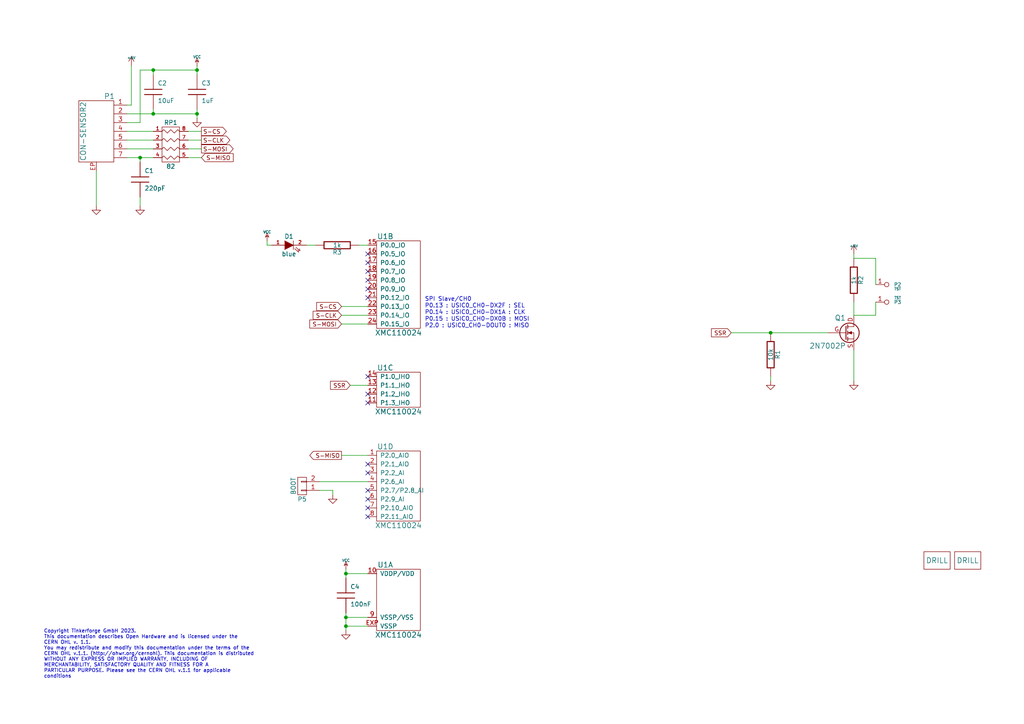
<source format=kicad_sch>
(kicad_sch (version 20230121) (generator eeschema)
  (paper "A4")
  (title_block (title "Solid State Relay Bricklet") (date "2023-01-27") (rev "2.1") (company "Tinkerforge GmbH") (comment 1 "Licensed under CERN OHL v.1.1") (comment 2 "Copyright (©) 2023, T.Schneidermann <tim@tinkerforge.com>"))
  (lib_symbols
    (symbol "tinkerforge:+5V" (power) (pin_names (offset 0))
      (property "Value" "+5V" (at 0 3.556 0))
      (symbol "+5V_0_1"
        (polyline (pts (xy -0.762 1.27) (xy 0 2.54)))
        (polyline (pts (xy 0 0) (xy 0 2.54)))
        (polyline (pts (xy 0 2.54) (xy 0.762 1.27)))
      )
      (symbol "+5V_1_1"
        (pin power_in line (at 0 0 90) (length 0) hide (name "+5V") (number "1"))
      )
    )
    (symbol "tinkerforge:C" (pin_numbers hide) (pin_names (offset 0.254))
      (property "Reference" "C" (at 1.27 2.54 0))
      (property "Value" "C" (at 1.27 -2.54 0))
      (symbol "C_0_1"
        (polyline (pts (xy -2.54 -0.762) (xy 2.54 -0.762)) (stroke (width 0.254)))
        (polyline (pts (xy -2.54 0.762) (xy 2.54 0.762)) (stroke (width 0.254)))
      )
      (symbol "C_1_1"
        (pin passive line (at 0 5.08 270) (length 4.318) (name "~") (number "1"))
        (pin passive line (at 0 -5.08 90) (length 4.318) (name "~") (number "2"))
      )
    )
    (symbol "tinkerforge:CON-SENSOR2" (pin_names (offset 1.016))
      (property "Reference" "P" (at -3.81 10.16 0))
      (property "Value" "CON-SENSOR2" (at 3.81 0 90))
      (symbol "CON-SENSOR2_0_1"
        (rectangle (start -5.08 8.89) (end 5.08 -8.89))
      )
      (symbol "CON-SENSOR2_1_1"
        (pin passive line (at -8.89 7.62 0) (length 3.81) (name "~") (number "1"))
        (pin passive line (at -8.89 5.08 0) (length 3.81) (name "~") (number "2"))
        (pin passive line (at -8.89 2.54 0) (length 3.81) (name "~") (number "3"))
        (pin passive line (at -8.89 0 0) (length 3.81) (name "~") (number "4"))
        (pin passive line (at -8.89 -2.54 0) (length 3.81) (name "~") (number "5"))
        (pin passive line (at -8.89 -5.08 0) (length 3.81) (name "~") (number "6"))
        (pin passive line (at -8.89 -7.62 0) (length 3.81) (name "~") (number "7"))
        (pin passive line (at 0 -11.43 90) (length 2.54) (name "~") (number "EP"))
      )
    )
    (symbol "tinkerforge:CONN_01X02" (pin_names (offset 1.016) hide)
      (property "Reference" "P" (at 0 3.81 0))
      (property "Value" "CONN_01X02" (at 2.54 0 90))
      (symbol "CONN_01X02_0_1"
        (rectangle (start -1.27 -1.143) (end 0.254 -1.397))
        (rectangle (start -1.27 1.397) (end 0.254 1.143))
        (rectangle (start -1.27 2.54) (end 1.27 -2.54))
      )
      (symbol "CONN_01X02_1_1"
        (pin passive line (at -5.08 1.27 0) (length 3.81) (name "P1") (number "1"))
        (pin passive line (at -5.08 -1.27 0) (length 3.81) (name "P2") (number "2"))
      )
    )
    (symbol "tinkerforge:CONN_1" (pin_names (offset 1.016))
      (property "Reference" "P" (at -0.381 3.556 0))
      (property "Value" "CONN_1" (at 0 -2.286 0))
      (symbol "CONN_1_0_1"
        (circle (center 0.635 0) (radius 0.635))
      )
      (symbol "CONN_1_1_1"
        (pin input line (at -2.54 0 0) (length 2.54) (name "~") (number "1"))
      )
    )
    (symbol "tinkerforge:DRILL" (pin_numbers hide) (pin_names (offset 0) hide)
      (property "Value" "DRILL" (at 0 0 0))
      (symbol "DRILL_0_1"
        (rectangle (start -3.81 2.54) (end 3.81 -2.54))
      )
    )
    (symbol "tinkerforge:GND" (power) (pin_names (offset 0))
      (property "Value" "GND" (at 0 -5.08 0))
      (symbol "GND_0_1"
        (polyline (pts (xy 0 0) (xy 0 -1.27) (xy 1.27 -1.27) (xy 0 -2.54) (xy -1.27 -1.27) (xy 0 -1.27)))
      )
      (symbol "GND_1_1"
        (pin power_in line (at 0 0 270) (length 0) hide (name "GND") (number "1"))
      )
    )
    (symbol "tinkerforge:LED" (pin_names (offset 1.016) hide)
      (property "Reference" "D" (at 0 2.54 0))
      (property "Value" "LED" (at 0 -2.54 0))
      (symbol "LED_0_1"
        (polyline (pts (xy 1.27 1.27) (xy 1.27 -1.27)))
        (polyline (pts (xy -1.27 1.27) (xy 1.27 0) (xy -1.27 -1.27)) (fill (type outline)))
        (polyline (pts (xy 1.651 -1.016) (xy 2.794 -2.032) (xy 2.667 -1.397)))
        (polyline (pts (xy 2.032 -0.635) (xy 3.175 -1.651) (xy 3.048 -1.016)))
      )
      (symbol "LED_1_1"
        (pin passive line (at -5.08 0 0) (length 3.81) (name "A") (number "1"))
        (pin passive line (at 5.08 0 180) (length 3.81) (name "K") (number "2"))
      )
    )
    (symbol "tinkerforge:MOSFET_N_CH" (pin_names (offset 0) hide)
      (property "Reference" "Q" (at 7.62 1.27 0))
      (property "Value" "MOSFET_N_CH" (at 17.78 -1.27 0))
      (symbol "MOSFET_N_CH_0_1"
        (polyline (pts (xy 0.762 -1.778) (xy 2.54 -1.778)))
        (polyline (pts (xy 0.762 -1.27) (xy 0.762 -2.286)) (stroke (width 0.254)))
        (polyline (pts (xy 0.762 0) (xy 2.54 0)))
        (polyline (pts (xy 0.762 0.508) (xy 0.762 -0.508)) (stroke (width 0.254)))
        (polyline (pts (xy 0.762 1.778) (xy 2.54 1.778)))
        (polyline (pts (xy 0.762 2.286) (xy 0.762 1.27)) (stroke (width 0.254)))
        (polyline (pts (xy 2.54 -1.778) (xy 2.54 -2.54)))
        (polyline (pts (xy 2.54 -1.778) (xy 2.54 0)))
        (polyline (pts (xy 2.54 2.54) (xy 2.54 1.778)))
        (polyline (pts (xy 0.254 1.905) (xy 0.254 -1.905) (xy 0.254 -1.905)) (stroke (width 0.254)))
        (polyline (pts (xy 0.889 0) (xy 1.905 0.381) (xy 1.905 -0.381) (xy 0.889 0)) (fill (type outline)))
        (circle (center 1.27 0) (radius 2.8194) (stroke (width 0.254)))
      )
      (symbol "MOSFET_N_CH_1_1"
        (pin passive line (at 2.54 5.08 270) (length 2.54) (name "D") (number "D"))
        (pin input line (at -5.08 0 0) (length 5.334) (name "G") (number "G"))
        (pin passive line (at 2.54 -5.08 90) (length 2.54) (name "S") (number "S"))
      )
    )
    (symbol "tinkerforge:R" (pin_numbers hide) (pin_names (offset 0))
      (property "Reference" "R" (at 2.032 0 90))
      (property "Value" "R" (at 0 0 90))
      (symbol "R_0_1"
        (rectangle (start -1.016 3.81) (end 1.016 -3.81) (stroke (width 0.3048)))
      )
      (symbol "R_1_1"
        (pin passive line (at 0 6.35 270) (length 2.54) (name "~") (number "1"))
        (pin passive line (at 0 -6.35 90) (length 2.54) (name "~") (number "2"))
      )
    )
    (symbol "tinkerforge:R_PACK4" (pin_names hide)
      (property "Reference" "RP" (at 0 11.43 0))
      (property "Value" "R_PACK4" (at 0 -1.27 0))
      (symbol "R_PACK4_0_1"
        (polyline (pts (xy -2.54 10.16) (xy -2.54 0) (xy 2.54 0) (xy 2.54 10.16) (xy -2.54 10.16)))
        (polyline (pts (xy -2.54 1.27) (xy -2.032 1.778) (xy -1.016 0.762) (xy 0 1.778) (xy 1.016 0.762) (xy 2.032 1.778) (xy 2.54 1.27)))
        (polyline (pts (xy -2.54 3.81) (xy -2.032 4.318) (xy -1.016 3.302) (xy 0 4.318) (xy 1.016 3.302) (xy 2.032 4.318) (xy 2.54 3.81)))
        (polyline (pts (xy -2.54 6.35) (xy -2.032 6.858) (xy -1.016 5.842) (xy 0 6.858) (xy 1.016 5.842) (xy 2.032 6.858) (xy 2.54 6.35)))
        (polyline (pts (xy -2.54 8.89) (xy -2.032 9.398) (xy -1.016 8.382) (xy 0 9.398) (xy 1.016 8.382) (xy 2.032 9.398) (xy 2.54 8.89)))
      )
      (symbol "R_PACK4_1_1"
        (pin passive line (at -5.08 8.89 0) (length 2.54) (name "P1") (number "1"))
        (pin passive line (at -5.08 6.35 0) (length 2.54) (name "P2") (number "2"))
        (pin passive line (at -5.08 3.81 0) (length 2.54) (name "P3") (number "3"))
        (pin passive line (at -5.08 1.27 0) (length 2.54) (name "P4") (number "4"))
        (pin passive line (at 5.08 1.27 180) (length 2.54) (name "R4") (number "5"))
        (pin passive line (at 5.08 3.81 180) (length 2.54) (name "R3") (number "6"))
        (pin passive line (at 5.08 6.35 180) (length 2.54) (name "R2") (number "7"))
        (pin passive line (at 5.08 8.89 180) (length 2.54) (name "R1") (number "8"))
      )
    )
    (symbol "tinkerforge:VCC" (power) (pin_names (offset 0))
      (property "Value" "VCC" (at 0 3.175 0))
      (symbol "VCC_0_0"
        (pin power_in line (at 0 0 90) (length 0) hide (name "VCC") (number "1"))
      )
      (symbol "VCC_0_1"
        (polyline (pts (xy 0 1.524) (xy 0 0)))
        (polyline (pts (xy 0 1.524) (xy 0.508 1.016) (xy 0 2.286) (xy -0.508 1.016) (xy 0 1.524) (xy 0 1.524)))
      )
    )
    (symbol "tinkerforge:XMC1XXX24" (pin_names (offset 1.016))
      (property "Reference" "U" (at -3.81 15.24 0))
      (property "Value" "XMC1XXX24" (at 0 -16.51 0))
      (symbol "XMC1XXX24_1_1"
        (rectangle (start -6.35 8.89) (end 6.35 -8.89))
        (pin passive line (at -8.89 7.62 0) (length 2.54) (name "VDDP/VDD") (number "10"))
        (pin passive line (at -8.89 -5.08 0) (length 2.54) (name "VSSP/VSS") (number "9"))
        (pin passive line (at -8.89 -7.62 0) (length 2.54) (name "VSSP") (number "EXP"))
      )
      (symbol "XMC1XXX24_2_1"
        (rectangle (start -6.35 12.7) (end 6.35 -12.7))
        (pin passive line (at -8.89 11.43 0) (length 2.54) (name "P0.0_IO") (number "15"))
        (pin passive line (at -8.89 8.89 0) (length 2.54) (name "P0.5_IO") (number "16"))
        (pin passive line (at -8.89 6.35 0) (length 2.54) (name "P0.6_IO") (number "17"))
        (pin passive line (at -8.89 3.81 0) (length 2.54) (name "P0.7_IO") (number "18"))
        (pin passive line (at -8.89 1.27 0) (length 2.54) (name "P0.8_IO") (number "19"))
        (pin passive line (at -8.89 -1.27 0) (length 2.54) (name "P0.9_IO") (number "20"))
        (pin passive line (at -8.89 -3.81 0) (length 2.54) (name "P0.12_IO") (number "21"))
        (pin passive line (at -8.89 -6.35 0) (length 2.54) (name "P0.13_IO") (number "22"))
        (pin passive line (at -8.89 -8.89 0) (length 2.54) (name "P0.14_IO") (number "23"))
        (pin passive line (at -8.89 -11.43 0) (length 2.54) (name "P0.15_IO") (number "24"))
      )
      (symbol "XMC1XXX24_3_1"
        (rectangle (start -6.35 5.08) (end 6.35 -5.08))
        (pin passive line (at -8.89 -3.81 0) (length 2.54) (name "P1.3_IHO") (number "11"))
        (pin passive line (at -8.89 -1.27 0) (length 2.54) (name "P1.2_IHO") (number "12"))
        (pin passive line (at -8.89 1.27 0) (length 2.54) (name "P1.1_IHO") (number "13"))
        (pin passive line (at -8.89 3.81 0) (length 2.54) (name "P1.0_IHO") (number "14"))
      )
      (symbol "XMC1XXX24_4_1"
        (rectangle (start -6.35 10.16) (end 6.35 -10.16))
        (pin passive line (at -8.89 8.89 0) (length 2.54) (name "P2.0_AIO") (number "1"))
        (pin passive line (at -8.89 6.35 0) (length 2.54) (name "P2.1_AIO") (number "2"))
        (pin passive line (at -8.89 3.81 0) (length 2.54) (name "P2.2_AI") (number "3"))
        (pin passive line (at -8.89 1.27 0) (length 2.54) (name "P2.6_AI") (number "4"))
        (pin passive line (at -8.89 -1.27 0) (length 2.54) (name "P2.7/P2.8_AI") (number "5"))
        (pin passive line (at -8.89 -3.81 0) (length 2.54) (name "P2.9_AI") (number "6"))
        (pin passive line (at -8.89 -6.35 0) (length 2.54) (name "P2.10_AIO") (number "7"))
        (pin passive line (at -8.89 -8.89 0) (length 2.54) (name "P2.11_AIO") (number "8"))
      )
    )
  )
  (junction (at 57.15 20.32))
  (junction (at 44.45 33.02))
  (junction (at 57.15 33.02))
  (junction (at 44.45 20.32))
  (junction (at 100.33 179.07))
  (junction (at 100.33 166.37))
  (junction (at 40.64 45.72))
  (junction (at 223.52 96.52))
  (junction (at 100.33 181.61))
  (no_connect (at 106.68 137.16))
  (no_connect (at 106.68 114.3))
  (no_connect (at 106.68 149.86))
  (no_connect (at 106.68 147.32))
  (no_connect (at 106.68 81.28))
  (no_connect (at 106.68 144.78))
  (no_connect (at 106.68 73.66))
  (no_connect (at 106.68 116.84))
  (no_connect (at 106.68 83.82))
  (no_connect (at 106.68 76.2))
  (no_connect (at 106.68 134.62))
  (no_connect (at 106.68 142.24))
  (no_connect (at 106.68 109.22))
  (no_connect (at 106.68 86.36))
  (no_connect (at 106.68 78.74))
  (wire (pts (xy 100.33 179.07) (xy 100.33 181.61)))
  (wire (pts (xy 212.09 96.52) (xy 223.52 96.52)))
  (wire (pts (xy 100.33 177.8) (xy 100.33 179.07)))
  (wire (pts (xy 88.9 71.12) (xy 91.44 71.12)))
  (wire (pts (xy 58.42 43.18) (xy 54.61 43.18)))
  (wire (pts (xy 100.33 166.37) (xy 100.33 167.64)))
  (wire (pts (xy 247.65 101.6) (xy 247.65 110.49)))
  (wire (pts (xy 40.64 57.15) (xy 40.64 59.69)))
  (wire (pts (xy 40.64 46.99) (xy 40.64 45.72)))
  (wire (pts (xy 44.45 31.75) (xy 44.45 33.02)))
  (wire (pts (xy 223.52 110.49) (xy 223.52 109.22)))
  (wire (pts (xy 96.52 142.24) (xy 96.52 143.51)))
  (wire (pts (xy 254 91.44) (xy 254 87.63)))
  (wire (pts (xy 106.68 181.61) (xy 100.33 181.61)))
  (wire (pts (xy 104.14 71.12) (xy 106.68 71.12)))
  (wire (pts (xy 44.45 40.64) (xy 36.83 40.64)))
  (wire (pts (xy 247.65 74.93) (xy 247.65 73.66)))
  (wire (pts (xy 92.71 142.24) (xy 96.52 142.24)))
  (wire (pts (xy 58.42 38.1) (xy 54.61 38.1)))
  (wire (pts (xy 100.33 181.61) (xy 100.33 182.88)))
  (wire (pts (xy 40.64 45.72) (xy 36.83 45.72)))
  (wire (pts (xy 36.83 33.02) (xy 44.45 33.02)))
  (wire (pts (xy 106.68 179.07) (xy 100.33 179.07)))
  (wire (pts (xy 78.74 71.12) (xy 77.47 71.12)))
  (wire (pts (xy 254 82.55) (xy 254 74.93)))
  (wire (pts (xy 44.45 20.32) (xy 57.15 20.32)))
  (wire (pts (xy 40.64 20.32) (xy 40.64 35.56)))
  (wire (pts (xy 254 74.93) (xy 247.65 74.93)))
  (wire (pts (xy 40.64 20.32) (xy 44.45 20.32)))
  (wire (pts (xy 54.61 40.64) (xy 58.42 40.64)))
  (wire (pts (xy 54.61 45.72) (xy 58.42 45.72)))
  (wire (pts (xy 57.15 20.32) (xy 57.15 21.59)))
  (wire (pts (xy 223.52 96.52) (xy 240.03 96.52)))
  (wire (pts (xy 40.64 35.56) (xy 36.83 35.56)))
  (wire (pts (xy 36.83 43.18) (xy 44.45 43.18)))
  (wire (pts (xy 57.15 19.05) (xy 57.15 20.32)))
  (wire (pts (xy 106.68 139.7) (xy 92.71 139.7)))
  (wire (pts (xy 77.47 71.12) (xy 77.47 69.85)))
  (wire (pts (xy 247.65 91.44) (xy 254 91.44)))
  (wire (pts (xy 106.68 132.08) (xy 99.06 132.08)))
  (wire (pts (xy 44.45 45.72) (xy 40.64 45.72)))
  (wire (pts (xy 106.68 166.37) (xy 100.33 166.37)))
  (wire (pts (xy 99.06 88.9) (xy 106.68 88.9)))
  (wire (pts (xy 106.68 91.44) (xy 99.06 91.44)))
  (wire (pts (xy 44.45 20.32) (xy 44.45 21.59)))
  (wire (pts (xy 36.83 38.1) (xy 44.45 38.1)))
  (wire (pts (xy 44.45 33.02) (xy 57.15 33.02)))
  (wire (pts (xy 247.65 87.63) (xy 247.65 91.44)))
  (wire (pts (xy 38.1 30.48) (xy 36.83 30.48)))
  (wire (pts (xy 57.15 33.02) (xy 57.15 34.29)))
  (wire (pts (xy 99.06 93.98) (xy 106.68 93.98)))
  (wire (pts (xy 100.33 165.1) (xy 100.33 166.37)))
  (wire (pts (xy 27.94 59.69) (xy 27.94 49.53)))
  (wire (pts (xy 38.1 19.05) (xy 38.1 30.48)))
  (wire (pts (xy 57.15 31.75) (xy 57.15 33.02)))
  (wire (pts (xy 106.68 111.76) (xy 101.6 111.76)))
  (text "SPI Slave/CH0\nP0.13 : USIC0_CH0-DX2F : SEL\nP0.14 : USIC0_CH0-DX1A : CLK\nP0.15 : USIC0_CH0-DX0B : MOSI\nP2.0 : USIC0_CH0-DOUT0 : MISO" (at 123.19 95.25 0) (effects (font (size 1.1938 1.1938)) (justify left bottom)))
  (text "Copyright Tinkerforge GmbH 2023.\nThis documentation describes Open Hardware and is licensed under the\nCERN OHL v. 1.1.\nYou may redistribute and modify this documentation under the terms of the\nCERN OHL v.1.1. (http://ohwr.org/cernohl). This documentation is distributed\nWITHOUT ANY EXPRESS OR IMPLIED WARRANTY, INCLUDING OF\nMERCHANTABILITY, SATISFACTORY QUALITY AND FITNESS FOR A\nPARTICULAR PURPOSE. Please see the CERN OHL v.1.1 for applicable\nconditions\n" (at 12.7 196.85 0) (effects (font (size 1.016 1.016)) (justify left bottom)))
  (global_label "S-MOSI" (shape input) (at 99.06 93.98 180) (effects (font (size 1.1938 1.1938))) (property "Intersheetrefs" "${INTERSHEET_REFS}" (effects hide)))
  (global_label "S-CS" (shape input) (at 99.06 88.9 180) (effects (font (size 1.1938 1.1938))) (property "Intersheetrefs" "${INTERSHEET_REFS}" (effects hide)))
  (global_label "S-MOSI" (shape output) (at 58.42 43.18 0) (effects (font (size 1.1938 1.1938))) (property "Intersheetrefs" "${INTERSHEET_REFS}" (effects hide)))
  (global_label "S-CS" (shape output) (at 58.42 38.1 0) (effects (font (size 1.1938 1.1938))) (property "Intersheetrefs" "${INTERSHEET_REFS}" (effects hide)))
  (global_label "S-MISO" (shape output) (at 99.06 132.08 180) (effects (font (size 1.1938 1.1938))) (property "Intersheetrefs" "${INTERSHEET_REFS}" (effects hide)))
  (global_label "S-CLK" (shape input) (at 99.06 91.44 180) (effects (font (size 1.1938 1.1938))) (property "Intersheetrefs" "${INTERSHEET_REFS}" (effects hide)))
  (global_label "SSR" (shape input) (at 101.6 111.76 180) (effects (font (size 1.1938 1.1938))) (property "Intersheetrefs" "${INTERSHEET_REFS}" (effects hide)))
  (global_label "S-CLK" (shape output) (at 58.42 40.64 0) (effects (font (size 1.1938 1.1938))) (property "Intersheetrefs" "${INTERSHEET_REFS}" (effects hide)))
  (global_label "S-MISO" (shape input) (at 58.42 45.72 0) (effects (font (size 1.1938 1.1938))) (property "Intersheetrefs" "${INTERSHEET_REFS}" (effects hide)))
  (global_label "SSR" (shape input) (at 212.09 96.52 180) (effects (font (size 1.1938 1.1938))) (property "Intersheetrefs" "${INTERSHEET_REFS}" (effects hide)))
  (symbol (lib_id "tinkerforge:GND") (at 96.52 143.51 0) (unit 1)
    (property "Reference" "#PWR01" (effects hide))
    (property "Value" "GND" (effects hide))
  )
  (symbol (lib_id "tinkerforge:DRILL") (at 280.67 162.56 0) (unit 1)
    (property "Reference" "U3" (effects hide))
    (property "Value" "DRILL" (at 280.67 162.56 0) (effects (font (size 1.524 1.524))))
    (property "Footprint" "kicad-libraries:DRILL_NP" (effects hide))
  )
  (symbol (lib_id "tinkerforge:DRILL") (at 271.78 162.56 0) (unit 1)
    (property "Reference" "U2" (effects hide))
    (property "Value" "DRILL" (at 271.78 162.56 0) (effects (font (size 1.524 1.524))))
    (property "Footprint" "kicad-libraries:DRILL_NP" (effects hide))
  )
  (symbol (lib_id "tinkerforge:MOSFET_N_CH") (at 245.11 96.52 0) (unit 1)
    (property "Reference" "Q1" (at 245.364 92.202 0) (effects (font (size 1.524 1.524)) (justify right)))
    (property "Value" "2N7002P" (at 245.364 100.33 0) (effects (font (size 1.524 1.524)) (justify right)))
    (property "Footprint" "kicad-libraries:SOT23GDS" (effects hide))
  )
  (symbol (lib_id "tinkerforge:+5V") (at 38.1 19.05 0) (unit 1)
    (property "Reference" "#PWR02" (effects hide))
    (property "Value" "+5V" (at 38.1 16.764 0) (effects (font (size 0.762 0.762))))
  )
  (symbol (lib_id "tinkerforge:GND") (at 247.65 110.49 0) (unit 1)
    (property "Reference" "#PWR03" (effects hide))
    (property "Value" "GND" (effects hide))
  )
  (symbol (lib_id "tinkerforge:R") (at 223.52 102.87 0) (unit 1)
    (property "Reference" "R1" (at 225.552 102.87 90))
    (property "Value" "10k" (at 223.52 102.87 90))
    (property "Footprint" "kicad-libraries:R0603F" (effects hide))
  )
  (symbol (lib_id "tinkerforge:GND") (at 223.52 110.49 0) (unit 1)
    (property "Reference" "#PWR05" (effects hide))
    (property "Value" "GND" (effects hide))
  )
  (symbol (lib_id "tinkerforge:+5V") (at 247.65 73.66 0) (unit 1)
    (property "Reference" "#PWR04" (effects hide))
    (property "Value" "+5V" (at 247.65 71.374 0) (effects (font (size 0.762 0.762))))
  )
  (symbol (lib_id "tinkerforge:R") (at 247.65 81.28 0) (unit 1)
    (property "Reference" "R2" (at 249.682 81.28 90))
    (property "Value" "1k" (at 247.65 81.28 90))
    (property "Footprint" "kicad-libraries:R0603F" (effects hide))
  )
  (symbol (lib_id "tinkerforge:CONN_1") (at 256.54 87.63 0) (unit 1)
    (property "Reference" "P3" (at 260.35 87.63 0) (effects (font (size 1.016 1.016))))
    (property "Value" "TST" (at 260.35 86.36 0) (effects (font (size 0.762 0.762))))
    (property "Footprint" "kicad-libraries:Drill" (effects hide))
  )
  (symbol (lib_id "tinkerforge:CONN_1") (at 256.54 82.55 0) (unit 1)
    (property "Reference" "P2" (at 260.35 82.55 0) (effects (font (size 1.016 1.016))))
    (property "Value" "TST" (at 260.35 83.82 0) (effects (font (size 0.762 0.762))))
    (property "Footprint" "kicad-libraries:Drill" (effects hide))
  )
  (symbol (lib_id "tinkerforge:CON-SENSOR2") (at 27.94 38.1 0) (mirror y) (unit 1)
    (property "Reference" "P1" (at 31.75 27.94 0) (effects (font (size 1.524 1.524))))
    (property "Value" "CON-SENSOR2" (at 24.13 38.1 90) (effects (font (size 1.524 1.524))))
    (property "Footprint" "kicad-libraries:CON-SENSOR2" (effects hide))
  )
  (symbol (lib_id "tinkerforge:XMC1XXX24") (at 115.57 173.99 0) (unit 1)
    (property "Reference" "U1" (at 111.76 163.83 0) (effects (font (size 1.524 1.524))))
    (property "Value" "XMC110024" (at 115.57 184.15 0) (effects (font (size 1.524 1.524))))
    (property "Footprint" "kicad-libraries:QFN24-4x4mm-0.5mm" (effects hide))
  )
  (symbol (lib_id "tinkerforge:XMC1XXX24") (at 115.57 82.55 0) (unit 2)
    (property "Reference" "U1" (at 111.76 68.58 0) (effects (font (size 1.524 1.524))))
    (property "Value" "XMC110024" (at 115.57 96.52 0) (effects (font (size 1.524 1.524))))
    (property "Footprint" "kicad-libraries:QFN24-4x4mm-0.5mm" (effects hide))
  )
  (symbol (lib_id "tinkerforge:XMC1XXX24") (at 115.57 113.03 0) (unit 3)
    (property "Reference" "U1" (at 111.76 106.68 0) (effects (font (size 1.524 1.524))))
    (property "Value" "XMC110024" (at 115.57 119.38 0) (effects (font (size 1.524 1.524))))
    (property "Footprint" "kicad-libraries:QFN24-4x4mm-0.5mm" (effects hide))
  )
  (symbol (lib_id "tinkerforge:XMC1XXX24") (at 115.57 140.97 0) (unit 4)
    (property "Reference" "U1" (at 111.76 129.54 0) (effects (font (size 1.524 1.524))))
    (property "Value" "XMC110024" (at 115.57 152.4 0) (effects (font (size 1.524 1.524))))
    (property "Footprint" "kicad-libraries:QFN24-4x4mm-0.5mm" (effects hide))
  )
  (symbol (lib_id "tinkerforge:VCC") (at 100.33 165.1 0) (unit 1)
    (property "Reference" "#PWR06" (effects hide))
    (property "Value" "VCC" (at 100.33 162.56 0) (effects (font (size 0.762 0.762))))
  )
  (symbol (lib_id "tinkerforge:GND") (at 100.33 182.88 0) (unit 1)
    (property "Reference" "#PWR07" (effects hide))
    (property "Value" "GND" (effects hide))
  )
  (symbol (lib_id "tinkerforge:C") (at 100.33 172.72 0) (unit 1)
    (property "Reference" "C4" (at 101.6 170.18 0) (effects (justify left)))
    (property "Value" "100nF" (at 101.6 175.26 0) (effects (justify left)))
    (property "Footprint" "kicad-libraries:C0603F" (effects hide))
  )
  (symbol (lib_id "tinkerforge:C") (at 44.45 26.67 0) (unit 1)
    (property "Reference" "C2" (at 45.72 24.13 0) (effects (justify left)))
    (property "Value" "10uF" (at 45.72 29.21 0) (effects (justify left)))
    (property "Footprint" "kicad-libraries:C0805" (effects hide))
  )
  (symbol (lib_id "tinkerforge:C") (at 57.15 26.67 0) (unit 1)
    (property "Reference" "C3" (at 58.42 24.13 0) (effects (justify left)))
    (property "Value" "1uF" (at 58.42 29.21 0) (effects (justify left)))
    (property "Footprint" "kicad-libraries:C0603F" (effects hide))
  )
  (symbol (lib_id "tinkerforge:VCC") (at 57.15 19.05 0) (unit 1)
    (property "Reference" "#PWR08" (effects hide))
    (property "Value" "VCC" (at 57.15 16.51 0) (effects (font (size 0.762 0.762))))
  )
  (symbol (lib_id "tinkerforge:GND") (at 57.15 34.29 0) (unit 1)
    (property "Reference" "#PWR09" (effects hide))
    (property "Value" "GND" (effects hide))
  )
  (symbol (lib_id "tinkerforge:R_PACK4") (at 49.53 46.99 0) (unit 1)
    (property "Reference" "RP1" (at 49.53 35.56 0))
    (property "Value" "82" (at 49.53 48.26 0))
    (property "Footprint" "kicad-libraries:4X0402" (effects hide))
  )
  (symbol (lib_id "tinkerforge:C") (at 40.64 52.07 0) (unit 1)
    (property "Reference" "C1" (at 41.91 49.53 0) (effects (justify left)))
    (property "Value" "220pF" (at 41.91 54.61 0) (effects (justify left)))
    (property "Footprint" "kicad-libraries:C0402F" (effects hide))
  )
  (symbol (lib_id "tinkerforge:GND") (at 27.94 59.69 0) (unit 1)
    (property "Reference" "#PWR010" (effects hide))
    (property "Value" "GND" (effects hide))
  )
  (symbol (lib_id "tinkerforge:GND") (at 40.64 59.69 0) (unit 1)
    (property "Reference" "#PWR011" (effects hide))
    (property "Value" "GND" (effects hide))
  )
  (symbol (lib_id "tinkerforge:CONN_01X02") (at 87.63 140.97 180) (unit 1)
    (property "Reference" "P5" (at 87.63 144.78 0))
    (property "Value" "BOOT" (at 85.09 140.97 90))
    (property "Footprint" "kicad-libraries:SolderJumper" (effects hide))
  )
  (symbol (lib_id "tinkerforge:VCC") (at 77.47 69.85 0) (unit 1)
    (property "Reference" "#PWR012" (effects hide))
    (property "Value" "VCC" (at 77.47 67.31 0) (effects (font (size 0.762 0.762))))
  )
  (symbol (lib_id "tinkerforge:R") (at 97.79 71.12 270) (unit 1)
    (property "Reference" "R3" (at 97.79 73.152 90))
    (property "Value" "1k" (at 97.79 71.12 90))
    (property "Footprint" "kicad-libraries:R0603F" (effects hide))
  )
  (symbol (lib_id "tinkerforge:LED") (at 83.82 71.12 0) (unit 1)
    (property "Reference" "D1" (at 83.82 68.58 0))
    (property "Value" "blue" (at 83.82 73.66 0))
    (property "Footprint" "kicad-libraries:D0603F" (effects hide))
  )
)
</source>
